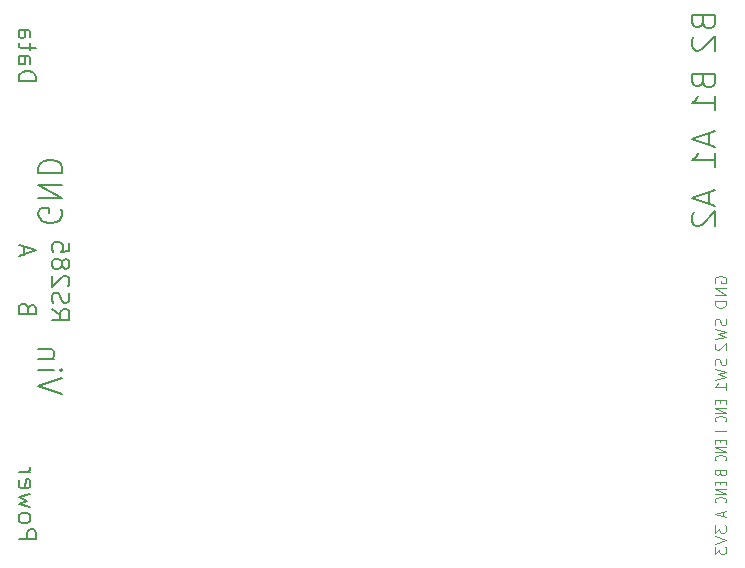
<source format=gbo>
G04 #@! TF.GenerationSoftware,KiCad,Pcbnew,5.1.5+dfsg1-2build2*
G04 #@! TF.CreationDate,2021-04-30T22:25:39+02:00*
G04 #@! TF.ProjectId,OtterStep,4f747465-7253-4746-9570-2e6b69636164,rev?*
G04 #@! TF.SameCoordinates,Original*
G04 #@! TF.FileFunction,Legend,Bot*
G04 #@! TF.FilePolarity,Positive*
%FSLAX46Y46*%
G04 Gerber Fmt 4.6, Leading zero omitted, Abs format (unit mm)*
G04 Created by KiCad (PCBNEW 5.1.5+dfsg1-2build2) date 2021-04-30 22:25:39*
%MOMM*%
%LPD*%
G04 APERTURE LIST*
%ADD10C,0.150000*%
%ADD11C,0.100000*%
G04 APERTURE END LIST*
D10*
X53821428Y-96964285D02*
X55321428Y-96964285D01*
X55321428Y-96392857D01*
X55250000Y-96250000D01*
X55178571Y-96178571D01*
X55035714Y-96107142D01*
X54821428Y-96107142D01*
X54678571Y-96178571D01*
X54607142Y-96250000D01*
X54535714Y-96392857D01*
X54535714Y-96964285D01*
X53821428Y-95250000D02*
X53892857Y-95392857D01*
X53964285Y-95464285D01*
X54107142Y-95535714D01*
X54535714Y-95535714D01*
X54678571Y-95464285D01*
X54750000Y-95392857D01*
X54821428Y-95250000D01*
X54821428Y-95035714D01*
X54750000Y-94892857D01*
X54678571Y-94821428D01*
X54535714Y-94750000D01*
X54107142Y-94750000D01*
X53964285Y-94821428D01*
X53892857Y-94892857D01*
X53821428Y-95035714D01*
X53821428Y-95250000D01*
X54821428Y-94250000D02*
X53821428Y-93964285D01*
X54535714Y-93678571D01*
X53821428Y-93392857D01*
X54821428Y-93107142D01*
X53892857Y-91964285D02*
X53821428Y-92107142D01*
X53821428Y-92392857D01*
X53892857Y-92535714D01*
X54035714Y-92607142D01*
X54607142Y-92607142D01*
X54750000Y-92535714D01*
X54821428Y-92392857D01*
X54821428Y-92107142D01*
X54750000Y-91964285D01*
X54607142Y-91892857D01*
X54464285Y-91892857D01*
X54321428Y-92607142D01*
X53821428Y-91250000D02*
X54821428Y-91250000D01*
X54535714Y-91250000D02*
X54678571Y-91178571D01*
X54750000Y-91107142D01*
X54821428Y-90964285D01*
X54821428Y-90821428D01*
X53821428Y-58178571D02*
X55321428Y-58178571D01*
X55321428Y-57821428D01*
X55250000Y-57607142D01*
X55107142Y-57464285D01*
X54964285Y-57392857D01*
X54678571Y-57321428D01*
X54464285Y-57321428D01*
X54178571Y-57392857D01*
X54035714Y-57464285D01*
X53892857Y-57607142D01*
X53821428Y-57821428D01*
X53821428Y-58178571D01*
X53821428Y-56035714D02*
X54607142Y-56035714D01*
X54750000Y-56107142D01*
X54821428Y-56250000D01*
X54821428Y-56535714D01*
X54750000Y-56678571D01*
X53892857Y-56035714D02*
X53821428Y-56178571D01*
X53821428Y-56535714D01*
X53892857Y-56678571D01*
X54035714Y-56750000D01*
X54178571Y-56750000D01*
X54321428Y-56678571D01*
X54392857Y-56535714D01*
X54392857Y-56178571D01*
X54464285Y-56035714D01*
X54821428Y-55535714D02*
X54821428Y-54964285D01*
X55321428Y-55321428D02*
X54035714Y-55321428D01*
X53892857Y-55250000D01*
X53821428Y-55107142D01*
X53821428Y-54964285D01*
X53821428Y-53821428D02*
X54607142Y-53821428D01*
X54750000Y-53892857D01*
X54821428Y-54035714D01*
X54821428Y-54321428D01*
X54750000Y-54464285D01*
X53892857Y-53821428D02*
X53821428Y-53964285D01*
X53821428Y-54321428D01*
X53892857Y-54464285D01*
X54035714Y-54535714D01*
X54178571Y-54535714D01*
X54321428Y-54464285D01*
X54392857Y-54321428D01*
X54392857Y-53964285D01*
X54464285Y-53821428D01*
X54607142Y-77392857D02*
X54535714Y-77178571D01*
X54464285Y-77107142D01*
X54321428Y-77035714D01*
X54107142Y-77035714D01*
X53964285Y-77107142D01*
X53892857Y-77178571D01*
X53821428Y-77321428D01*
X53821428Y-77892857D01*
X55321428Y-77892857D01*
X55321428Y-77392857D01*
X55250000Y-77250000D01*
X55178571Y-77178571D01*
X55035714Y-77107142D01*
X54892857Y-77107142D01*
X54750000Y-77178571D01*
X54678571Y-77250000D01*
X54607142Y-77392857D01*
X54607142Y-77892857D01*
X54250000Y-72857142D02*
X54250000Y-72142857D01*
X53821428Y-73000000D02*
X55321428Y-72500000D01*
X53821428Y-72000000D01*
X56621428Y-77492857D02*
X57335714Y-77992857D01*
X56621428Y-78350000D02*
X58121428Y-78350000D01*
X58121428Y-77778571D01*
X58050000Y-77635714D01*
X57978571Y-77564285D01*
X57835714Y-77492857D01*
X57621428Y-77492857D01*
X57478571Y-77564285D01*
X57407142Y-77635714D01*
X57335714Y-77778571D01*
X57335714Y-78350000D01*
X56692857Y-76921428D02*
X56621428Y-76707142D01*
X56621428Y-76350000D01*
X56692857Y-76207142D01*
X56764285Y-76135714D01*
X56907142Y-76064285D01*
X57050000Y-76064285D01*
X57192857Y-76135714D01*
X57264285Y-76207142D01*
X57335714Y-76350000D01*
X57407142Y-76635714D01*
X57478571Y-76778571D01*
X57550000Y-76850000D01*
X57692857Y-76921428D01*
X57835714Y-76921428D01*
X57978571Y-76850000D01*
X58050000Y-76778571D01*
X58121428Y-76635714D01*
X58121428Y-76278571D01*
X58050000Y-76064285D01*
X57978571Y-75492857D02*
X58050000Y-75421428D01*
X58121428Y-75278571D01*
X58121428Y-74921428D01*
X58050000Y-74778571D01*
X57978571Y-74707142D01*
X57835714Y-74635714D01*
X57692857Y-74635714D01*
X57478571Y-74707142D01*
X56621428Y-75564285D01*
X56621428Y-74635714D01*
X57478571Y-73778571D02*
X57550000Y-73921428D01*
X57621428Y-73992857D01*
X57764285Y-74064285D01*
X57835714Y-74064285D01*
X57978571Y-73992857D01*
X58050000Y-73921428D01*
X58121428Y-73778571D01*
X58121428Y-73492857D01*
X58050000Y-73350000D01*
X57978571Y-73278571D01*
X57835714Y-73207142D01*
X57764285Y-73207142D01*
X57621428Y-73278571D01*
X57550000Y-73350000D01*
X57478571Y-73492857D01*
X57478571Y-73778571D01*
X57407142Y-73921428D01*
X57335714Y-73992857D01*
X57192857Y-74064285D01*
X56907142Y-74064285D01*
X56764285Y-73992857D01*
X56692857Y-73921428D01*
X56621428Y-73778571D01*
X56621428Y-73492857D01*
X56692857Y-73350000D01*
X56764285Y-73278571D01*
X56907142Y-73207142D01*
X57192857Y-73207142D01*
X57335714Y-73278571D01*
X57407142Y-73350000D01*
X57478571Y-73492857D01*
X58121428Y-71850000D02*
X58121428Y-72564285D01*
X57407142Y-72635714D01*
X57478571Y-72564285D01*
X57550000Y-72421428D01*
X57550000Y-72064285D01*
X57478571Y-71921428D01*
X57407142Y-71850000D01*
X57264285Y-71778571D01*
X56907142Y-71778571D01*
X56764285Y-71850000D01*
X56692857Y-71921428D01*
X56621428Y-72064285D01*
X56621428Y-72421428D01*
X56692857Y-72564285D01*
X56764285Y-72635714D01*
X57495238Y-84647619D02*
X55495238Y-83980952D01*
X57495238Y-83314285D01*
X55495238Y-82647619D02*
X56828571Y-82647619D01*
X57495238Y-82647619D02*
X57400000Y-82742857D01*
X57304761Y-82647619D01*
X57400000Y-82552380D01*
X57495238Y-82647619D01*
X57304761Y-82647619D01*
X56828571Y-81695238D02*
X55495238Y-81695238D01*
X56638095Y-81695238D02*
X56733333Y-81600000D01*
X56828571Y-81409523D01*
X56828571Y-81123809D01*
X56733333Y-80933333D01*
X56542857Y-80838095D01*
X55495238Y-80838095D01*
X57400000Y-69023809D02*
X57495238Y-69214285D01*
X57495238Y-69500000D01*
X57400000Y-69785714D01*
X57209523Y-69976190D01*
X57019047Y-70071428D01*
X56638095Y-70166666D01*
X56352380Y-70166666D01*
X55971428Y-70071428D01*
X55780952Y-69976190D01*
X55590476Y-69785714D01*
X55495238Y-69500000D01*
X55495238Y-69309523D01*
X55590476Y-69023809D01*
X55685714Y-68928571D01*
X56352380Y-68928571D01*
X56352380Y-69309523D01*
X55495238Y-68071428D02*
X57495238Y-68071428D01*
X55495238Y-66928571D01*
X57495238Y-66928571D01*
X55495238Y-65976190D02*
X57495238Y-65976190D01*
X57495238Y-65500000D01*
X57400000Y-65214285D01*
X57209523Y-65023809D01*
X57019047Y-64928571D01*
X56638095Y-64833333D01*
X56352380Y-64833333D01*
X55971428Y-64928571D01*
X55780952Y-65023809D01*
X55590476Y-65214285D01*
X55495238Y-65500000D01*
X55495238Y-65976190D01*
D11*
X113704761Y-78266666D02*
X113752380Y-78409523D01*
X113752380Y-78647619D01*
X113704761Y-78742857D01*
X113657142Y-78790476D01*
X113561904Y-78838095D01*
X113466666Y-78838095D01*
X113371428Y-78790476D01*
X113323809Y-78742857D01*
X113276190Y-78647619D01*
X113228571Y-78457142D01*
X113180952Y-78361904D01*
X113133333Y-78314285D01*
X113038095Y-78266666D01*
X112942857Y-78266666D01*
X112847619Y-78314285D01*
X112800000Y-78361904D01*
X112752380Y-78457142D01*
X112752380Y-78695238D01*
X112800000Y-78838095D01*
X112752380Y-79171428D02*
X113752380Y-79409523D01*
X113038095Y-79600000D01*
X113752380Y-79790476D01*
X112752380Y-80028571D01*
X112847619Y-80361904D02*
X112800000Y-80409523D01*
X112752380Y-80504761D01*
X112752380Y-80742857D01*
X112800000Y-80838095D01*
X112847619Y-80885714D01*
X112942857Y-80933333D01*
X113038095Y-80933333D01*
X113180952Y-80885714D01*
X113752380Y-80314285D01*
X113752380Y-80933333D01*
X113704761Y-81666666D02*
X113752380Y-81809523D01*
X113752380Y-82047619D01*
X113704761Y-82142857D01*
X113657142Y-82190476D01*
X113561904Y-82238095D01*
X113466666Y-82238095D01*
X113371428Y-82190476D01*
X113323809Y-82142857D01*
X113276190Y-82047619D01*
X113228571Y-81857142D01*
X113180952Y-81761904D01*
X113133333Y-81714285D01*
X113038095Y-81666666D01*
X112942857Y-81666666D01*
X112847619Y-81714285D01*
X112800000Y-81761904D01*
X112752380Y-81857142D01*
X112752380Y-82095238D01*
X112800000Y-82238095D01*
X112752380Y-82571428D02*
X113752380Y-82809523D01*
X113038095Y-83000000D01*
X113752380Y-83190476D01*
X112752380Y-83428571D01*
X113752380Y-84333333D02*
X113752380Y-83761904D01*
X113752380Y-84047619D02*
X112752380Y-84047619D01*
X112895238Y-83952380D01*
X112990476Y-83857142D01*
X113038095Y-83761904D01*
X112752380Y-95761904D02*
X112752380Y-96380952D01*
X113133333Y-96047619D01*
X113133333Y-96190476D01*
X113180952Y-96285714D01*
X113228571Y-96333333D01*
X113323809Y-96380952D01*
X113561904Y-96380952D01*
X113657142Y-96333333D01*
X113704761Y-96285714D01*
X113752380Y-96190476D01*
X113752380Y-95904761D01*
X113704761Y-95809523D01*
X113657142Y-95761904D01*
X112752380Y-96666666D02*
X113752380Y-97000000D01*
X112752380Y-97333333D01*
X112752380Y-97571428D02*
X112752380Y-98190476D01*
X113133333Y-97857142D01*
X113133333Y-98000000D01*
X113180952Y-98095238D01*
X113228571Y-98142857D01*
X113323809Y-98190476D01*
X113561904Y-98190476D01*
X113657142Y-98142857D01*
X113704761Y-98095238D01*
X113752380Y-98000000D01*
X113752380Y-97714285D01*
X113704761Y-97619047D01*
X113657142Y-97571428D01*
X113228571Y-88516666D02*
X113228571Y-88750000D01*
X113752380Y-88850000D02*
X113752380Y-88516666D01*
X112752380Y-88516666D01*
X112752380Y-88850000D01*
X113752380Y-89150000D02*
X112752380Y-89150000D01*
X113752380Y-89550000D01*
X112752380Y-89550000D01*
X113657142Y-90283333D02*
X113704761Y-90250000D01*
X113752380Y-90150000D01*
X113752380Y-90083333D01*
X113704761Y-89983333D01*
X113609523Y-89916666D01*
X113514285Y-89883333D01*
X113323809Y-89850000D01*
X113180952Y-89850000D01*
X112990476Y-89883333D01*
X112895238Y-89916666D01*
X112800000Y-89983333D01*
X112752380Y-90083333D01*
X112752380Y-90150000D01*
X112800000Y-90250000D01*
X112847619Y-90283333D01*
X113228571Y-91350000D02*
X113276190Y-91450000D01*
X113323809Y-91483333D01*
X113419047Y-91516666D01*
X113561904Y-91516666D01*
X113657142Y-91483333D01*
X113704761Y-91450000D01*
X113752380Y-91383333D01*
X113752380Y-91116666D01*
X112752380Y-91116666D01*
X112752380Y-91350000D01*
X112800000Y-91416666D01*
X112847619Y-91450000D01*
X112942857Y-91483333D01*
X113038095Y-91483333D01*
X113133333Y-91450000D01*
X113180952Y-91416666D01*
X113228571Y-91350000D01*
X113228571Y-91116666D01*
X113228572Y-92066666D02*
X113228572Y-92300000D01*
X113752381Y-92400000D02*
X113752381Y-92066666D01*
X112752381Y-92066666D01*
X112752381Y-92400000D01*
X113752381Y-92700000D02*
X112752381Y-92700000D01*
X113752381Y-93100000D01*
X112752381Y-93100000D01*
X113657143Y-93833333D02*
X113704762Y-93800000D01*
X113752381Y-93700000D01*
X113752381Y-93633333D01*
X113704762Y-93533333D01*
X113609524Y-93466666D01*
X113514286Y-93433333D01*
X113323810Y-93400000D01*
X113180953Y-93400000D01*
X112990477Y-93433333D01*
X112895239Y-93466666D01*
X112800001Y-93533333D01*
X112752381Y-93633333D01*
X112752381Y-93700000D01*
X112800001Y-93800000D01*
X112847620Y-93833333D01*
X113466667Y-94633333D02*
X113466667Y-94966666D01*
X113752381Y-94566666D02*
X112752381Y-94800000D01*
X113752381Y-95033333D01*
X113228571Y-85200000D02*
X113228571Y-85433333D01*
X113752380Y-85533333D02*
X113752380Y-85200000D01*
X112752380Y-85200000D01*
X112752380Y-85533333D01*
X113752380Y-85833333D02*
X112752380Y-85833333D01*
X113752380Y-86233333D01*
X112752380Y-86233333D01*
X113657142Y-86966666D02*
X113704761Y-86933333D01*
X113752380Y-86833333D01*
X113752380Y-86766666D01*
X113704761Y-86666666D01*
X113609523Y-86600000D01*
X113514285Y-86566666D01*
X113323809Y-86533333D01*
X113180952Y-86533333D01*
X112990476Y-86566666D01*
X112895238Y-86600000D01*
X112800000Y-86666666D01*
X112752380Y-86766666D01*
X112752380Y-86833333D01*
X112800000Y-86933333D01*
X112847619Y-86966666D01*
X113752380Y-87800000D02*
X112752380Y-87800000D01*
X112800000Y-75238095D02*
X112752380Y-75142857D01*
X112752380Y-75000000D01*
X112800000Y-74857142D01*
X112895238Y-74761904D01*
X112990476Y-74714285D01*
X113180952Y-74666666D01*
X113323809Y-74666666D01*
X113514285Y-74714285D01*
X113609523Y-74761904D01*
X113704761Y-74857142D01*
X113752380Y-75000000D01*
X113752380Y-75095238D01*
X113704761Y-75238095D01*
X113657142Y-75285714D01*
X113323809Y-75285714D01*
X113323809Y-75095238D01*
X113752380Y-75714285D02*
X112752380Y-75714285D01*
X113752380Y-76285714D01*
X112752380Y-76285714D01*
X113752380Y-76761904D02*
X112752380Y-76761904D01*
X112752380Y-77000000D01*
X112800000Y-77142857D01*
X112895238Y-77238095D01*
X112990476Y-77285714D01*
X113180952Y-77333333D01*
X113323809Y-77333333D01*
X113514285Y-77285714D01*
X113609523Y-77238095D01*
X113704761Y-77142857D01*
X113752380Y-77000000D01*
X113752380Y-76761904D01*
D10*
X112233333Y-67571428D02*
X112233333Y-68523809D01*
X112804761Y-67380952D02*
X110804761Y-68047619D01*
X112804761Y-68714285D01*
X110995238Y-69285714D02*
X110900000Y-69380952D01*
X110804761Y-69571428D01*
X110804761Y-70047619D01*
X110900000Y-70238095D01*
X110995238Y-70333333D01*
X111185714Y-70428571D01*
X111376190Y-70428571D01*
X111661904Y-70333333D01*
X112804761Y-69190476D01*
X112804761Y-70428571D01*
X112233333Y-62571428D02*
X112233333Y-63523809D01*
X112804761Y-62380952D02*
X110804761Y-63047619D01*
X112804761Y-63714285D01*
X112804761Y-65428571D02*
X112804761Y-64285714D01*
X112804761Y-64857142D02*
X110804761Y-64857142D01*
X111090476Y-64666666D01*
X111280952Y-64476190D01*
X111376190Y-64285714D01*
X111757142Y-58190476D02*
X111852380Y-58476190D01*
X111947619Y-58571428D01*
X112138095Y-58666666D01*
X112423809Y-58666666D01*
X112614285Y-58571428D01*
X112709523Y-58476190D01*
X112804761Y-58285714D01*
X112804761Y-57523809D01*
X110804761Y-57523809D01*
X110804761Y-58190476D01*
X110900000Y-58380952D01*
X110995238Y-58476190D01*
X111185714Y-58571428D01*
X111376190Y-58571428D01*
X111566666Y-58476190D01*
X111661904Y-58380952D01*
X111757142Y-58190476D01*
X111757142Y-57523809D01*
X112804761Y-60571428D02*
X112804761Y-59428571D01*
X112804761Y-60000000D02*
X110804761Y-60000000D01*
X111090476Y-59809523D01*
X111280952Y-59619047D01*
X111376190Y-59428571D01*
X111757142Y-53190476D02*
X111852380Y-53476190D01*
X111947619Y-53571428D01*
X112138095Y-53666666D01*
X112423809Y-53666666D01*
X112614285Y-53571428D01*
X112709523Y-53476190D01*
X112804761Y-53285714D01*
X112804761Y-52523809D01*
X110804761Y-52523809D01*
X110804761Y-53190476D01*
X110900000Y-53380952D01*
X110995238Y-53476190D01*
X111185714Y-53571428D01*
X111376190Y-53571428D01*
X111566666Y-53476190D01*
X111661904Y-53380952D01*
X111757142Y-53190476D01*
X111757142Y-52523809D01*
X110995238Y-54428571D02*
X110900000Y-54523809D01*
X110804761Y-54714285D01*
X110804761Y-55190476D01*
X110900000Y-55380952D01*
X110995238Y-55476190D01*
X111185714Y-55571428D01*
X111376190Y-55571428D01*
X111661904Y-55476190D01*
X112804761Y-54333333D01*
X112804761Y-55571428D01*
M02*

</source>
